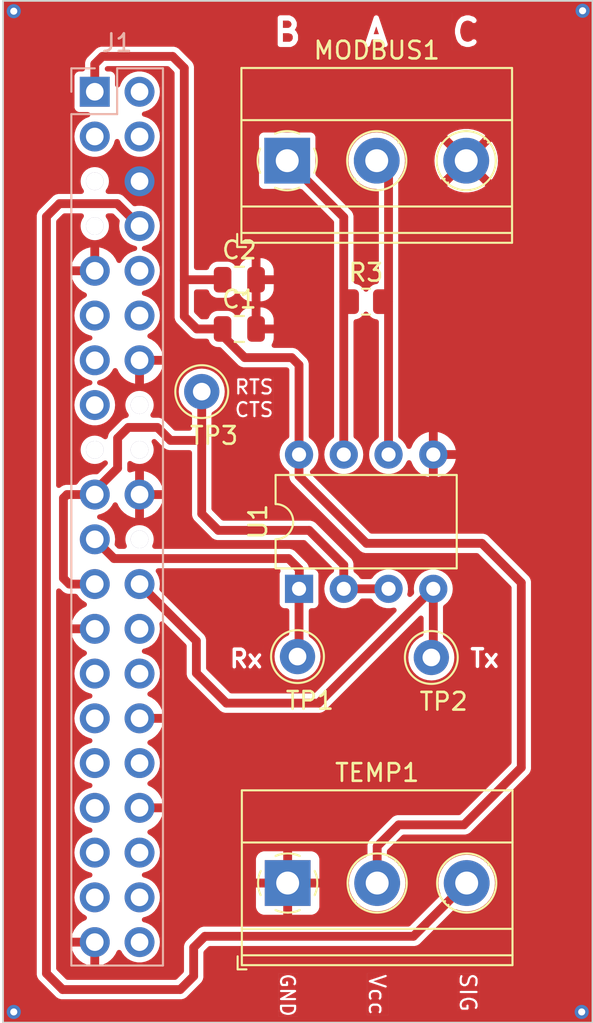
<source format=kicad_pcb>
(kicad_pcb (version 20240108) (generator "pcbnew") (generator_version "8.0")
  (title_block (title "RS485 HAT") (date "2024-03-25") (rev "2.1"))
  (layers (0 "F.Cu" signal) (31 "B.Cu" signal) (34 "B.Paste" user) (35 "F.Paste" user) (36 "B.SilkS" user "B.Silkscreen") (37 "F.SilkS" user "F.Silkscreen") (38 "B.Mask" user) (39 "F.Mask" user) (44 "Edge.Cuts" user))
  (net 0 "")
  (net 1 "VCC")
  (net 2 "GND")
  (net 5 "Net-(J1-MOSI0{slash}GPIO10)")
  (net 8 "/SIG")
  (net 10 "Net-(J1-MISO0{slash}GPIO9)")
  (net 24 "Net-(MODBUS1-Pin_1)")
  (net 26 "Net-(J1-~{CE0}{slash}GPIO8)")
  (net 33 "Net-(MODBUS1-Pin_2)")
  (footprint "TestPoint:TestPoint_Loop_D1.80mm_Drill1.0mm_Beaded" (layer "F.Cu") (at 106.8832 68.58)
    (property "Reference" "TP1" (at 0.7 2.5 0) (layer "F.SilkS"))
    (property "Value" "Rx")
    (fp_circle (center 0 0) (end 1.5 0) (stroke (width 0.12)) (fill none) (layer "F.SilkS"))
    (pad "1" thru_hole circle (at 0 0) (size 2 2) (drill 1) (layers "*.Cu" "*.Mask") (net 10 "Net-(J1-MISO0{slash}GPIO9)"))
  )
  (footprint "Resistor_SMD:R_0805_2012Metric" (layer "F.Cu") (at 110.7694 48.4378)
    (property "Reference" "R3" (at 0 -1.65 0) (layer "F.SilkS"))
    (property "Value" "120 Ω")
    (fp_line (start -0.227064 -0.735) (end 0.227064 -0.735) (stroke (width 0.12)) (layer "F.SilkS"))
    (fp_line (start -0.227064 0.735) (end 0.227064 0.735) (stroke (width 0.12)) (layer "F.SilkS"))
    (pad "1" smd roundrect (at -0.9125 0) (size 1.025 1.4) (layers "F.Cu" "F.Paste" "F.Mask") (roundrect_rratio 0.243902) (net 24 "Net-(MODBUS1-Pin_1)"))
    (pad "2" smd roundrect (at 0.9125 0) (size 1.025 1.4) (layers "F.Cu" "F.Paste" "F.Mask") (roundrect_rratio 0.243902) (net 33 "Net-(MODBUS1-Pin_2)"))
  )
  (footprint "TerminalBlock_Phoenix:TerminalBlock_Phoenix_MKDS-1,5-3-5.08_1x03_P5.08mm_Horizontal" (layer "F.Cu") (at 106.3244 81.4324)
    (property "Reference" "TEMP1" (at 5.08 -6.26 0) (layer "F.SilkS"))
    (property "Value" "Screw_Terminal_01x03")
    (fp_line (start -2.84 4.16) (end -2.84 4.9) (stroke (width 0.12)) (layer "F.SilkS"))
    (fp_line (start -2.84 4.9) (end -2.34 4.9) (stroke (width 0.12)) (layer "F.SilkS"))
    (fp_line (start -2.6 -5.261) (end -2.6 4.66) (stroke (width 0.12)) (layer "F.SilkS"))
    (fp_line (start -2.6 -5.261) (end 12.76 -5.261) (stroke (width 0.12)) (layer "F.SilkS"))
    (fp_line (start -2.6 -2.301) (end 12.76 -2.301) (stroke (width 0.12)) (layer "F.SilkS"))
    (fp_line (start -2.6 2.6) (end 12.76 2.6) (stroke (width 0.12)) (layer "F.SilkS"))
    (fp_line (start -2.6 4.1) (end 12.76 4.1) (stroke (width 0.12)) (layer "F.SilkS"))
    (fp_line (start -2.6 4.66) (end 12.76 4.66) (stroke (width 0.12)) (layer "F.SilkS"))
    (fp_line (start 3.853 1.023) (end 3.806 1.069) (stroke (width 0.12)) (layer "F.SilkS"))
    (fp_line (start 4.046 1.239) (end 4.011 1.274) (stroke (width 0.12)) (layer "F.SilkS"))
    (fp_line (start 6.15 -1.275) (end 6.115 -1.239) (stroke (width 0.12)) (layer "F.SilkS"))
    (fp_line (start 6.355 -1.069) (end 6.308 -1.023) (stroke (width 0.12)) (layer "F.SilkS"))
    (fp_line (start 8.933 1.023) (end 8.886 1.069) (stroke (width 0.12)) (layer "F.SilkS"))
    (fp_line (start 9.126 1.239) (end 9.091 1.274) (stroke (width 0.12)) (layer "F.SilkS"))
    (fp_line (start 11.23 -1.275) (end 11.195 -1.239) (stroke (width 0.12)) (layer "F.SilkS"))
    (fp_line (start 11.435 -1.069) (end 11.388 -1.023) (stroke (width 0.12)) (layer "F.SilkS"))
    (fp_line (start 12.76 -5.261) (end 12.76 4.66) (stroke (width 0.12)) (layer "F.SilkS"))
    (fp_arc (start -1.535427 0.683042) (mid -1.680501 -0.000524) (end -1.535 -0.684) (stroke (width 0.12)) (layer "F.SilkS"))
    (fp_arc (start -0.683042 -1.535427) (mid 0.000524 -1.680501) (end 0.684 -1.535) (stroke (width 0.12)) (layer "F.SilkS"))
    (fp_arc (start 0.028805 1.680253) (mid -0.335551 1.646659) (end -0.684 1.535) (stroke (width 0.12)) (layer "F.SilkS"))
    (fp_arc (start 0.683318 1.534756) (mid 0.349292 1.643288) (end 0 1.68) (stroke (width 0.12)) (layer "F.SilkS"))
    (fp_arc (start 1.535427 -0.683042) (mid 1.680501 0.000524) (end 1.535 0.684) (stroke (width 0.12)) (layer "F.SilkS"))
    (fp_circle (center 5.08 0) (end 6.76 0) (stroke (width 0.12)) (fill none) (layer "F.SilkS"))
    (fp_circle (center 10.16 0) (end 11.84 0) (stroke (width 0.12)) (fill none) (layer "F.SilkS"))
    (pad "1" thru_hole rect (at 0 0) (size 2.6 2.6) (drill 1.3) (layers "*.Cu" "*.Mask") (net 2 "GND"))
    (pad "2" thru_hole circle (at 5.08 0) (size 2.6 2.6) (drill 1.3) (layers "*.Cu" "*.Mask") (net 1 "VCC"))
    (pad "3" thru_hole circle (at 10.16 0) (size 2.6 2.6) (drill 1.3) (layers "*.Cu" "*.Mask") (net 8 "/SIG"))
  )
  (footprint "Capacitor_SMD:C_0805_2012Metric" (layer "F.Cu") (at 103.5812 49.9872)
    (property "Reference" "C1" (at 0 -1.68 0) (layer "F.SilkS"))
    (property "Value" "10 uF")
    (fp_line (start -0.261252 -0.735) (end 0.261252 -0.735) (stroke (width 0.12)) (layer "F.SilkS"))
    (fp_line (start -0.261252 0.735) (end 0.261252 0.735) (stroke (width 0.12)) (layer "F.SilkS"))
    (pad "1" smd roundrect (at -0.95 0) (size 1 1.45) (layers "F.Cu" "F.Paste" "F.Mask") (net 1 "VCC"))
    (pad "2" smd roundrect (at 0.95 0) (size 1 1.45) (layers "F.Cu" "F.Paste" "F.Mask") (net 2 "GND"))
  )
  (footprint "TestPoint:TestPoint_Loop_D1.80mm_Drill1.0mm_Beaded" (layer "F.Cu") (at 114.4778 68.6308)
    (property "Reference" "TP2" (at 0.7 2.5 0) (layer "F.SilkS"))
    (property "Value" "Tx")
    (fp_circle (center 0 0) (end 1.5 0) (stroke (width 0.12)) (fill none) (layer "F.SilkS"))
    (pad "1" thru_hole circle (at 0 0) (size 2 2) (drill 1) (layers "*.Cu" "*.Mask") (net 26 "Net-(J1-~{CE0}{slash}GPIO8)"))
  )
  (footprint "Package_DIP:DIP-8_W7.62mm" (layer "F.Cu") (at 106.9694 64.7346 90)
    (property "Reference" "U1" (at 3.81 -2.33 -90) (layer "F.SilkS"))
    (property "Value" "MAX483E")
    (fp_line (start 6.46 -1.33) (end 4.81 -1.33) (stroke (width 0.12)) (layer "F.SilkS"))
    (fp_line (start 2.81 -1.33) (end 1.16 -1.33) (stroke (width 0.12)) (layer "F.SilkS"))
    (fp_line (start 1.16 -1.33) (end 1.16 8.95) (stroke (width 0.12)) (layer "F.SilkS"))
    (fp_line (start 6.46 8.95) (end 6.46 -1.33) (stroke (width 0.12)) (layer "F.SilkS"))
    (fp_line (start 1.16 8.95) (end 6.46 8.95) (stroke (width 0.12)) (layer "F.SilkS"))
    (fp_arc (start 4.81 -1.33) (mid 3.81 -0.33) (end 2.81 -1.33) (stroke (width 0.12)) (layer "F.SilkS"))
    (pad "1" thru_hole rect (at 0 0 90) (size 1.6 1.6) (drill 0.8) (layers "*.Cu" "*.Mask") (net 10 "Net-(J1-MISO0{slash}GPIO9)"))
    (pad "2" thru_hole oval (at 0 2.54 90) (size 1.6 1.6) (drill 0.8) (layers "*.Cu" "*.Mask") (net 5 "Net-(J1-MOSI0{slash}GPIO10)"))
    (pad "3" thru_hole oval (at 0 5.08 90) (size 1.6 1.6) (drill 0.8) (layers "*.Cu" "*.Mask") (net 5 "Net-(J1-MOSI0{slash}GPIO10)"))
    (pad "4" thru_hole oval (at 0 7.62 90) (size 1.6 1.6) (drill 0.8) (layers "*.Cu" "*.Mask") (net 26 "Net-(J1-~{CE0}{slash}GPIO8)"))
    (pad "5" thru_hole oval (at 7.62 7.62 90) (size 1.6 1.6) (drill 0.8) (layers "*.Cu" "*.Mask") (net 2 "GND"))
    (pad "6" thru_hole oval (at 7.62 5.08 90) (size 1.6 1.6) (drill 0.8) (layers "*.Cu" "*.Mask") (net 33 "Net-(MODBUS1-Pin_2)"))
    (pad "7" thru_hole oval (at 7.62 2.54 90) (size 1.6 1.6) (drill 0.8) (layers "*.Cu" "*.Mask") (net 24 "Net-(MODBUS1-Pin_1)"))
    (pad "8" thru_hole oval (at 7.62 0 90) (size 1.6 1.6) (drill 0.8) (layers "*.Cu" "*.Mask") (net 1 "VCC"))
  )
  (footprint "TerminalBlock_Phoenix:TerminalBlock_Phoenix_MKDS-1,5-3-5.08_1x03_P5.08mm_Horizontal" (layer "F.Cu") (at 106.299 40.4368)
    (property "Reference" "MODBUS1" (at 5.08 -6.26 0) (layer "F.SilkS"))
    (property "Value" "Screw_Terminal_01x03")
    (fp_line (start -2.84 4.16) (end -2.84 4.9) (stroke (width 0.12)) (layer "F.SilkS"))
    (fp_line (start -2.84 4.9) (end -2.34 4.9) (stroke (width 0.12)) (layer "F.SilkS"))
    (fp_line (start -2.6 -5.261) (end -2.6 4.66) (stroke (width 0.12)) (layer "F.SilkS"))
    (fp_line (start -2.6 -5.261) (end 12.76 -5.261) (stroke (width 0.12)) (layer "F.SilkS"))
    (fp_line (start -2.6 -2.301) (end 12.76 -2.301) (stroke (width 0.12)) (layer "F.SilkS"))
    (fp_line (start -2.6 2.6) (end 12.76 2.6) (stroke (width 0.12)) (layer "F.SilkS"))
    (fp_line (start -2.6 4.1) (end 12.76 4.1) (stroke (width 0.12)) (layer "F.SilkS"))
    (fp_line (start -2.6 4.66) (end 12.76 4.66) (stroke (width 0.12)) (layer "F.SilkS"))
    (fp_line (start 3.853 1.023) (end 3.806 1.069) (stroke (width 0.12)) (layer "F.SilkS"))
    (fp_line (start 4.046 1.239) (end 4.011 1.274) (stroke (width 0.12)) (layer "F.SilkS"))
    (fp_line (start 6.15 -1.275) (end 6.115 -1.239) (stroke (width 0.12)) (layer "F.SilkS"))
    (fp_line (start 6.355 -1.069) (end 6.308 -1.023) (stroke (width 0.12)) (layer "F.SilkS"))
    (fp_line (start 8.933 1.023) (end 8.886 1.069) (stroke (width 0.12)) (layer "F.SilkS"))
    (fp_line (start 9.126 1.239) (end 9.091 1.274) (stroke (width 0.12)) (layer "F.SilkS"))
    (fp_line (start 11.23 -1.275) (end 11.195 -1.239) (stroke (width 0.12)) (layer "F.SilkS"))
    (fp_line (start 11.435 -1.069) (end 11.388 -1.023) (stroke (width 0.12)) (layer "F.SilkS"))
    (fp_line (start 12.76 -5.261) (end 12.76 4.66) (stroke (width 0.12)) (layer "F.SilkS"))
    (fp_arc (start -1.535427 0.683042) (mid -1.680501 -0.000524) (end -1.535 -0.684) (stroke (width 0.12)) (layer "F.SilkS"))
    (fp_arc (start -0.683042 -1.535427) (mid 0.000524 -1.680501) (end 0.684 -1.535) (stroke (width 0.12)) (layer "F.SilkS"))
    (fp_arc (start 0.028805 1.680253) (mid -0.335551 1.646659) (end -0.684 1.535) (stroke (width 0.12)) (layer "F.SilkS"))
    (fp_arc (start 0.683318 1.534756) (mid 0.349292 1.643288) (end 0 1.68) (stroke (width 0.12)) (layer "F.SilkS"))
    (fp_arc (start 1.535427 -0.683042) (mid 1.680501 0.000524) (end 1.535 0.684) (stroke (width 0.12)) (layer "F.SilkS"))
    (fp_circle (center 5.08 0) (end 6.76 0) (stroke (width 0.12)) (fill none) (layer "F.SilkS"))
    (fp_circle (center 10.16 0) (end 11.84 0) (stroke (width 0.12)) (fill none) (layer "F.SilkS"))
    (pad "1" thru_hole rect (at 0 0) (size 2.6 2.6) (drill 1.3) (layers "*.Cu" "*.Mask") (net 24 "Net-(MODBUS1-Pin_1)"))
    (pad "2" thru_hole circle (at 5.08 0) (size 2.6 2.6) (drill 1.3) (layers "*.Cu" "*.Mask") (net 33 "Net-(MODBUS1-Pin_2)"))
    (pad "3" thru_hole circle (at 10.16 0) (size 2.6 2.6) (drill 1.3) (layers "*.Cu" "*.Mask") (net 2 "GND"))
  )
  (footprint "Capacitor_SMD:C_0805_2012Metric" (layer "F.Cu") (at 103.5812 47.1932)
    (property "Reference" "C2" (at 0 -1.68 0) (layer "F.SilkS"))
    (property "Value" "100 nF")
    (fp_line (start -0.261252 -0.735) (end 0.261252 -0.735) (stroke (width 0.12)) (layer "F.SilkS"))
    (fp_line (start -0.261252 0.735) (end 0.261252 0.735) (stroke (width 0.12)) (layer "F.SilkS"))
    (pad "1" smd roundrect (at -0.95 0) (size 1 1.45) (layers "F.Cu" "F.Paste" "F.Mask") (net 1 "VCC"))
    (pad "2" smd roundrect (at 0.95 0) (size 1 1.45) (layers "F.Cu" "F.Paste" "F.Mask") (net 2 "GND"))
  )
  (footprint "TestPoint:TestPoint_Loop_D1.80mm_Drill1.0mm_Beaded" (layer "F.Cu") (at 101.4476 53.5432)
    (property "Reference" "TP3" (at 0.7 2.5 0) (layer "F.SilkS"))
    (property "Value" "RTS/CTS")
    (fp_circle (center 0 0) (end 1.5 0) (stroke (width 0.12)) (fill none) (layer "F.SilkS"))
    (pad "1" thru_hole circle (at 0 0) (size 2 2) (drill 1) (layers "*.Cu" "*.Mask") (net 5 "Net-(J1-MOSI0{slash}GPIO10)"))
  )
  (footprint "Connector_PinSocket_2.54mm:PinSocket_2x20_P2.54mm_Vertical" (layer "B.Cu") (at 95.377 36.5252 180)
    (property "Reference" "J1" (at -1.27 2.77 0) (layer "B.SilkS"))
    (property "Value" "Raspberry_Pi_2_3")
    (fp_line (start 1.33 1.33) (end 0 1.33) (stroke (width 0.12)) (layer "B.SilkS"))
    (fp_line (start 1.33 0) (end 1.33 1.33) (stroke (width 0.12)) (layer "B.SilkS"))
    (fp_line (start 1.33 -1.27) (end -1.27 -1.27) (stroke (width 0.12)) (layer "B.SilkS"))
    (fp_line (start 1.33 -49.59) (end 1.33 -1.27) (stroke (width 0.12)) (layer "B.SilkS"))
    (fp_line (start 1.33 -49.59) (end -3.87 -49.59) (stroke (width 0.12)) (layer "B.SilkS"))
    (fp_line (start -1.27 1.33) (end -3.87 1.33) (stroke (width 0.12)) (layer "B.SilkS"))
    (fp_line (start -1.27 -1.27) (end -1.27 1.33) (stroke (width 0.12)) (layer "B.SilkS"))
    (fp_line (start -3.87 -49.59) (end -3.87 1.33) (stroke (width 0.12)) (layer "B.SilkS"))
    (pad "1" thru_hole rect (at 0 0 180) (size 1.7 1.7) (drill 1) (layers "*.Cu" "*.Mask") (net 1 "VCC"))
    (pad "2" thru_hole oval (at -2.54 0 180) (size 1.7 1.7) (drill 1) (layers "*.Cu" "*.Mask"))
    (pad "3" thru_hole oval (at 0 -2.54 180) (size 1.7 1.7) (drill 1) (layers "*.Cu" "*.Mask"))
    (pad "4" thru_hole oval (at -2.54 -2.54 180) (size 1.7 1.7) (drill 1) (layers "*.Cu" "*.Mask"))
    (pad "5" thru_hole oval (at 0 -5.08 180) (size 1 1) (drill 1) (layers "*.Cu" "*.Mask"))
    (pad "6" thru_hole oval (at -2.54 -5.08 180) (size 1.7 1.7) (drill 1) (layers "*.Cu" "*.Mask") (net 2 "GND"))
    (pad "7" thru_hole oval (at 0 -7.62 180) (size 1 1) (drill 1) (layers "*.Cu" "*.Mask"))
    (pad "8" thru_hole oval (at -2.54 -7.62 180) (size 1.7 1.7) (drill 1) (layers "*.Cu" "*.Mask") (net 8 "/SIG"))
    (pad "9" thru_hole oval (at 0 -10.16 180) (size 1.7 1.7) (drill 1) (layers "*.Cu" "*.Mask") (net 2 "GND"))
    (pad "10" thru_hole oval (at -2.54 -10.16 180) (size 1.7 1.7) (drill 1) (layers "*.Cu" "*.Mask"))
    (pad "11" thru_hole oval (at 0 -12.7 180) (size 1.7 1.7) (drill 1) (layers "*.Cu" "*.Mask"))
    (pad "12" thru_hole oval (at -2.54 -12.7 180) (size 1.7 1.7) (drill 1) (layers "*.Cu" "*.Mask"))
    (pad "13" thru_hole oval (at 0 -15.24 180) (size 1.7 1.7) (drill 1) (layers "*.Cu" "*.Mask"))
    (pad "14" thru_hole oval (at -2.54 -15.24 180) (size 1.7 1.7) (drill 1) (layers "*.Cu" "*.Mask") (net 2 "GND"))
    (pad "15" thru_hole oval (at 0 -17.78 180) (size 1.7 1.7) (drill 1) (layers "*.Cu" "*.Mask"))
    (pad "16" thru_hole oval (at -2.54 -17.78 180) (size 1 1) (drill 1) (layers "*.Cu" "*.Mask"))
    (pad "17" thru_hole oval (at 0 -20.32 180) (size 1 1) (drill 1) (layers "*.Cu" "*.Mask") (net 1 "VCC"))
    (pad "18" thru_hole oval (at -2.54 -20.32 180) (size 1 1) (drill 1) (layers "*.Cu" "*.Mask"))
    (pad "19" thru_hole oval (at 0 -22.86 180) (size 1.7 1.7) (drill 1) (layers "*.Cu" "*.Mask") (net 5 "Net-(J1-MOSI0{slash}GPIO10)"))
    (pad "20" thru_hole oval (at -2.54 -22.86 180) (size 1.7 1.7) (drill 1) (layers "*.Cu" "*.Mask") (net 2 "GND"))
    (pad "21" thru_hole oval (at 0 -25.4 180) (size 1.7 1.7) (drill 1) (layers "*.Cu" "*.Mask") (net 10 "Net-(J1-MISO0{slash}GPIO9)"))
    (pad "22" thru_hole oval (at -2.54 -25.4 180) (size 1 1) (drill 1) (layers "*.Cu" "*.Mask"))
    (pad "23" thru_hole oval (at 0 -27.94 180) (size 1.7 1.7) (drill 1) (layers "*.Cu" "*.Mask") (net 5 "Net-(J1-MOSI0{slash}GPIO10)"))
    (pad "24" thru_hole oval (at -2.54 -27.94 180) (size 1.7 1.7) (drill 1) (layers "*.Cu" "*.Mask") (net 26 "Net-(J1-~{CE0}{slash}GPIO8)"))
    (pad "25" thru_hole oval (at 0 -30.48 180) (size 1.7 1.7) (drill 1) (layers "*.Cu" "*.Mask") (net 2 "GND"))
    (pad "26" thru_hole oval (at -2.54 -30.48 180) (size 1.7 1.7) (drill 1) (layers "*.Cu" "*.Mask"))
    (pad "27" thru_hole oval (at 0 -33.02 180) (size 1.7 1.7) (drill 1) (layers "*.Cu" "*.Mask"))
    (pad "28" thru_hole oval (at -2.54 -33.02 180) (size 1.7 1.7) (drill 1) (layers "*.Cu" "*.Mask"))
    (pad "29" thru_hole oval (at 0 -35.56 180) (size 1.7 1.7) (drill 1) (layers "*.Cu" "*.Mask"))
    (pad "30" thru_hole oval (at -2.54 -35.56 180) (size 1.7 1.7) (drill 1) (layers "*.Cu" "*.Mask") (net 2 "GND"))
    (pad "31" thru_hole oval (at 0 -38.1 180) (size 1.7 1.7) (drill 1) (layers "*.Cu" "*.Mask"))
    (pad "32" thru_hole oval (at -2.54 -38.1 180) (size 1.7 1.7) (drill 1) (layers "*.Cu" "*.Mask"))
    (pad "33" thru_hole oval (at 0 -40.64 180) (size 1.7 1.7) (drill 1) (layers "*.Cu" "*.Mask"))
    (pad "34" thru_hole oval (at -2.54 -40.64 180) (size 1.7 1.7) (drill 1) (layers "*.Cu" "*.Mask") (net 2 "GND"))
    (pad "35" thru_hole oval (at 0 -43.18 180) (size 1.7 1.7) (drill 1) (layers "*.Cu" "*.Mask"))
    (pad "36" thru_hole oval (at -2.54 -43.18 180) (size 1.7 1.7) (drill 1) (layers "*.Cu" "*.Mask"))
    (pad "37" thru_hole oval (at 0 -45.72 180) (size 1.7 1.7) (drill 1) (layers "*.Cu" "*.Mask"))
    (pad "38" thru_hole oval (at -2.54 -45.72 180) (size 1.7 1.7) (drill 1) (layers "*.Cu" "*.Mask"))
    (pad "39" thru_hole oval (at 0 -48.26 180) (size 1.7 1.7) (drill 1) (layers "*.Cu" "*.Mask") (net 2 "GND"))
    (pad "40" thru_hole oval (at -2.54 -48.26 180) (size 1.7 1.7) (drill 1) (layers "*.Cu" "*.Mask"))
  )
  (gr_rect (start 90.17 31.367604) (end 123.6218 89.355804) (stroke (width 0.1)) (fill none) (layer "Edge.Cuts"))
  (gr_text "GND" (at 105.8418 86.487 270) (layer "F.Cu" knockout) (effects (font (size 0.8 0.8) (thickness 0.125)) (justify left bottom)))
  (gr_text "A" (at 111.3536 34.036 0) (layer "F.Cu" knockout) (effects (font (size 1.5 1.5) (thickness 0.3) (bold yes)) (justify bottom)))
  (gr_text "Rx" (at 103.9622 69.2912 0) (layer "F.Cu" knockout) (effects (font (size 1 1) (thickness 0.2) (bold yes)) (justify bottom)))
  (gr_text "Vcc" (at 110.871 86.5378 270) (layer "F.Cu" knockout) (effects (font (size 0.9 0.9) (thickness 0.125)) (justify left bottom)))
  (gr_text "RTS\nCTS" (at 104.4194 55.0418 0) (layer "F.Cu" knockout) (effects (font (size 0.8 0.8) (thickness 0.125)) (justify bottom)))
  (gr_text "C" (at 116.4336 34.036 0) (layer "F.Cu" knockout) (effects (font (size 1.5 1.5) (thickness 0.3) (bold yes)) (justify bottom)))
  (gr_text "SIG" (at 116.0272 86.4616 270) (layer "F.Cu" knockout) (effects (font (size 0.9 0.9) (thickness 0.125)) (justify left bottom)))
  (gr_text "Tx" (at 117.5004 69.2658 0) (layer "F.Cu" knockout) (effects (font (size 1 1) (thickness 0.2) (bold yes)) (justify bottom)))
  (gr_text "B" (at 106.299 34.036 0) (layer "F.Cu" knockout) (effects (font (size 1.5 1.5) (thickness 0.3) (bold yes)) (justify bottom)))
  (segment (start 117.348 62.1538) (end 119.5832 64.389) (width 0.5) (layer "F.Cu") (net 1))
  (segment (start 110.7948 62.1538) (end 117.348 62.1538) (width 0.5) (layer "F.Cu") (net 1))
  (segment (start 99.7966 34.5186) (end 95.8088 34.5186) (width 0.5) (layer "F.Cu") (net 1))
  (segment (start 106.553 51.6128) (end 103.886 51.6128) (width 0.5) (layer "F.Cu") (net 1))
  (segment (start 119.5832 74.8792) (end 116.332 78.1304) (width 0.5) (layer "F.Cu") (net 1))
  (segment (start 106.9694 57.1146) (end 106.9694 52.0292) (width 0.5) (layer "F.Cu") (net 1))
  (segment (start 106.9694 58.3284) (end 110.7948 62.1538) (width 0.5) (layer "F.Cu") (net 1))
  (segment (start 95.8088 34.5186) (end 95.377 34.9504) (width 0.5) (layer "F.Cu") (net 1))
  (segment (start 112.6236 78.1304) (end 111.4044 79.3496) (width 0.5) (layer "F.Cu") (net 1))
  (segment (start 100.5078 47.1932) (end 100.457 47.244) (width 0.5) (layer "F.Cu") (net 1))
  (segment (start 102.6312 47.1932) (end 100.5078 47.1932) (width 0.5) (layer "F.Cu") (net 1))
  (segment (start 101.1682 49.9872) (end 100.457 49.276) (width 0.5) (layer "F.Cu") (net 1))
  (segment (start 111.4044 79.3496) (end 111.4044 81.4324) (width 0.5) (layer "F.Cu") (net 1))
  (segment (start 106.9694 52.0292) (end 106.553 51.6128) (width 0.5) (layer "F.Cu") (net 1))
  (segment (start 100.457 47.244) (end 100.457 35.179) (width 0.5) (layer "F.Cu") (net 1))
  (segment (start 100.457 35.179) (end 99.7966 34.5186) (width 0.5) (layer "F.Cu") (net 1))
  (segment (start 102.6312 49.9872) (end 101.1682 49.9872) (width 0.5) (layer "F.Cu") (net 1))
  (segment (start 119.5832 64.389) (end 119.5832 74.8792) (width 0.5) (layer "F.Cu") (net 1))
  (segment (start 100.457 49.276) (end 100.457 47.244) (width 0.5) (layer "F.Cu") (net 1))
  (segment (start 95.377 34.9504) (end 95.377 36.5252) (width 0.5) (layer "F.Cu") (net 1))
  (segment (start 102.6312 50.358) (end 102.6312 49.9872) (width 0.5) (layer "F.Cu") (net 1))
  (segment (start 106.9694 57.1146) (end 106.9694 58.3284) (width 0.5) (layer "F.Cu") (net 1))
  (segment (start 103.886 51.6128) (end 102.6312 50.358) (width 0.5) (layer "F.Cu") (net 1))
  (segment (start 116.332 78.1304) (end 112.6236 78.1304) (width 0.5) (layer "F.Cu") (net 1))
  (via (at 90.7796 31.9532) (size 0.8) (drill 0.4) (layers "F.Cu" "B.Cu") (net 2))
  (via (at 123.063 31.9278) (size 0.8) (drill 0.4) (layers "F.Cu" "B.Cu") (net 2))
  (via (at 90.7796 88.7476) (size 0.8) (drill 0.4) (layers "F.Cu" "B.Cu") (net 2))
  (via (at 123.0122 88.7476) (size 0.8) (drill 0.4) (layers "F.Cu" "B.Cu") (net 2))
  (segment (start 109.5094 63.383) (end 109.5094 64.7346) (width 0.5) (layer "F.Cu") (net 5))
  (segment (start 96.6724 56.1848) (end 97.282 55.5752) (width 0.5) (layer "F.Cu") (net 5))
  (segment (start 99.6696 56.3118) (end 101.2698 56.3118) (width 0.5) (layer "F.Cu") (net 5))
  (segment (start 101.4476 56.134) (end 101.4476 53.5432) (width 0.5) (layer "F.Cu") (net 5))
  (segment (start 93.9292 64.4652) (end 95.377 64.4652) (width 0.5) (layer "F.Cu") (net 5))
  (segment (start 97.282 55.5752) (end 98.933 55.5752) (width 0.5) (layer "F.Cu") (net 5))
  (segment (start 101.2698 56.3118) (end 101.4476 56.134) (width 0.5) (layer "F.Cu") (net 5))
  (segment (start 102.3874 61.4172) (end 107.5436 61.4172) (width 0.5) (layer "F.Cu") (net 5))
  (segment (start 95.377 59.3852) (end 95.377 59.182) (width 0.5) (layer "F.Cu") (net 5))
  (segment (start 93.599 64.135) (end 93.9292 64.4652) (width 0.5) (layer "F.Cu") (net 5))
  (segment (start 107.5436 61.4172) (end 109.5094 63.383) (width 0.5) (layer "F.Cu") (net 5))
  (segment (start 101.4476 56.134) (end 101.4476 60.4774) (width 0.5) (layer "F.Cu") (net 5))
  (segment (start 95.377 59.3852) (end 93.8022 59.3852) (width 0.5) (layer "F.Cu") (net 5))
  (segment (start 98.933 55.5752) (end 99.6696 56.3118) (width 0.5) (layer "F.Cu") (net 5))
  (segment (start 101.4476 60.4774) (end 102.3874 61.4172) (width 0.5) (layer "F.Cu") (net 5))
  (segment (start 112.0494 64.7346) (end 109.5094 64.7346) (width 0.5) (layer "F.Cu") (net 5))
  (segment (start 95.377 59.182) (end 96.6724 57.8866) (width 0.5) (layer "F.Cu") (net 5))
  (segment (start 96.6724 57.8866) (end 96.6724 56.1848) (width 0.5) (layer "F.Cu") (net 5))
  (segment (start 93.8022 59.3852) (end 93.599 59.5884) (width 0.5) (layer "F.Cu") (net 5))
  (segment (start 93.599 59.5884) (end 93.599 64.135) (width 0.5) (layer "F.Cu") (net 5))
  (segment (start 100.9904 86.7156) (end 100.9904 85.09) (width 0.5) (layer "F.Cu") (net 8))
  (segment (start 100.2284 87.4776) (end 100.9904 86.7156) (width 0.5) (layer "F.Cu") (net 8))
  (segment (start 113.4618 84.455) (end 116.4844 81.4324) (width 0.5) (layer "F.Cu") (net 8))
  (segment (start 101.6254 84.455) (end 113.4618 84.455) (width 0.5) (layer "F.Cu") (net 8))
  (segment (start 93.3704 42.8752) (end 92.6338 43.6118) (width 0.5) (layer "F.Cu") (net 8))
  (segment (start 97.917 44.1452) (end 96.647 42.8752) (width 0.5) (layer "F.Cu") (net 8))
  (segment (start 96.647 42.8752) (end 93.3704 42.8752) (width 0.5) (layer "F.Cu") (net 8))
  (segment (start 92.6338 86.5632) (end 93.5482 87.4776) (width 0.5) (layer "F.Cu") (net 8))
  (segment (start 93.5482 87.4776) (end 100.2284 87.4776) (width 0.5) (layer "F.Cu") (net 8))
  (segment (start 100.9904 85.09) (end 101.6254 84.455) (width 0.5) (layer "F.Cu") (net 8))
  (segment (start 92.6338 43.6118) (end 92.6338 86.5632) (width 0.5) (layer "F.Cu") (net 8))
  (segment (start 106.9694 64.7346) (end 106.9848 64.7192) (width 0.5) (layer "F.Cu") (net 10))
  (segment (start 106.9848 63.627) (end 106.3752 63.0174) (width 0.5) (layer "F.Cu") (net 10))
  (segment (start 96.4692 63.0174) (end 95.377 61.9252) (width 0.5) (layer "F.Cu") (net 10))
  (segment (start 106.9694 64.7346) (end 106.9694 68.4938) (width 0.5) (layer "F.Cu") (net 10))
  (segment (start 106.9694 68.4938) (end 106.8832 68.58) (width 0.5) (layer "F.Cu") (net 10))
  (segment (start 106.3752 63.0174) (end 96.4692 63.0174) (width 0.5) (layer "F.Cu") (net 10))
  (segment (start 106.9848 64.7192) (end 106.9848 63.627) (width 0.5) (layer "F.Cu") (net 10))
  (segment (start 109.8569 48.4378) (end 109.5094 48.4378) (width 0.5) (layer "F.Cu") (net 24))
  (segment (start 109.5094 57.1146) (end 109.5094 48.4378) (width 0.5) (layer "F.Cu") (net 24))
  (segment (start 109.5094 48.4378) (end 109.5094 43.6472) (width 0.5) (layer "F.Cu") (net 24))
  (segment (start 109.5094 43.6472) (end 106.299 40.4368) (width 0.5) (layer "F.Cu") (net 24))
  (segment (start 114.5894 68.5192) (end 114.4778 68.6308) (width 0.5) (layer "F.Cu") (net 26))
  (segment (start 114.5894 64.7346) (end 114.5894 68.5192) (width 0.5) (layer "F.Cu") (net 26))
  (segment (start 102.8446 71.2216) (end 108.077 71.2216) (width 0.5) (layer "F.Cu") (net 26))
  (segment (start 101.1428 69.5198) (end 102.8446 71.2216) (width 0.5) (layer "F.Cu") (net 26))
  (segment (start 101.1428 67.691) (end 101.1428 69.5198) (width 0.5) (layer "F.Cu") (net 26))
  (segment (start 114.564 64.7346) (end 114.5894 64.7346) (width 0.5) (layer "F.Cu") (net 26))
  (segment (start 97.917 64.4652) (end 101.1428 67.691) (width 0.5) (layer "F.Cu") (net 26))
  (segment (start 108.077 71.2216) (end 114.564 64.7346) (width 0.5) (layer "F.Cu") (net 26))
  (segment (start 112.0494 41.1072) (end 111.379 40.4368) (width 0.5) (layer "F.Cu") (net 33))
  (segment (start 111.6819 48.4378) (end 112.0494 48.4378) (width 0.5) (layer "F.Cu") (net 33))
  (segment (start 112.0494 48.4378) (end 112.0494 41.1072) (width 0.5) (layer "F.Cu") (net 33))
  (segment (start 112.0494 57.1146) (end 112.0494 48.4378) (width 0.5) (layer "F.Cu") (net 33))
  (zone (net 2) (net_name "GND") (layer "F.Cu") (connect_pads (clearance 0.3)) (min_thickness 0.3) (fill yes (thermal_gap 0.5) (thermal_bridge_width 0.5) (island_removal_mode 2) (island_area_min 10))
    (polygon (pts (xy 90.17 31.367604) (xy 123.6218 31.367604) (xy 123.6218 89.355804) (xy 90.17 89.355804)))
  )
)
</source>
